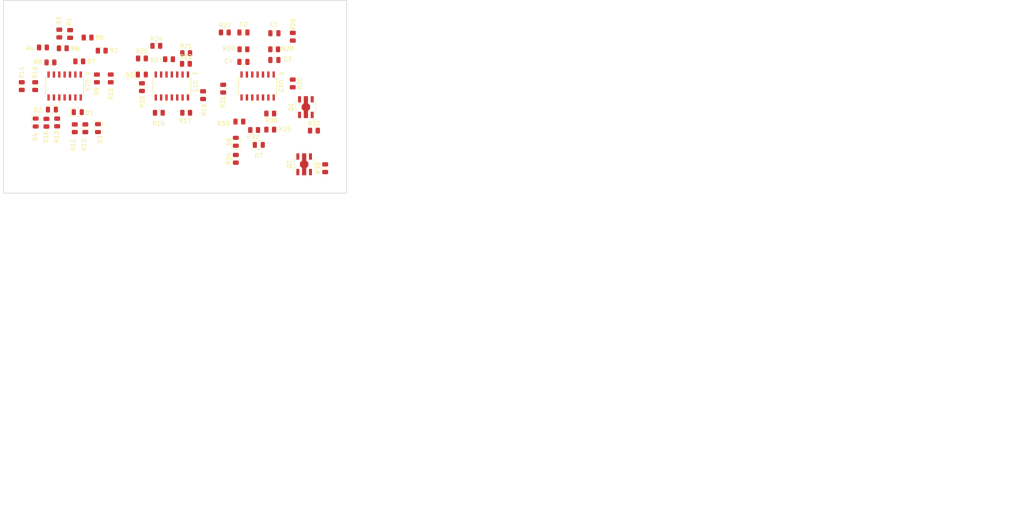
<source format=kicad_pcb>
(kicad_pcb (version 20221018) (generator pcbnew)
  (layers (0 "F.Cu" signal) (31 "B.Cu" signal) (34 "B.Paste" user) (35 "F.Paste" user) (36 "B.SilkS" user "B.Silkscreen") (37 "F.SilkS" user "F.Silkscreen") (38 "B.Mask" user) (39 "F.Mask" user) (44 "Edge.Cuts" user))
  (net 0 "")
  (net 1 "/It Player Determination /U9_V-")
  (net 2 "Net-(C1-Pad2)")
  (net 3 "/It Player Determination /U10_V-")
  (net 4 "Net-(C2-Pad2)")
  (net 5 "/It Player Determination /U9_Vout")
  (net 6 "/It Player Determination /U10_Vout")
  (net 7 "/Switched Tag 2D Collision Detection/U3_V-")
  (net 8 "/Switched Tag 2D Collision Detection/U3_Vout")
  (net 9 "/Switched Tag 2D Collision Detection/U4_V-")
  (net 10 "/Switched Tag 2D Collision Detection/U4_Vout")
  (net 11 "Net-(D3-A)")
  (net 12 "Net-(D4-A)")
  (net 13 "/collision_detect_signal")
  (net 14 "/Switched Tag 2D Collision Detection/U8_Vout")
  (net 15 "/p2_it_signal")
  (net 16 "/It Player Determination /U11_Vout")
  (net 17 "Net-(D7-A)")
  (net 18 "/p1_it_signal")
  (net 19 "/p1_win_signal")
  (net 20 "/p2_win_signal")
  (net 21 "/p1x")
  (net 22 "/Switched Tag 2D Collision Detection/U1_V+")
  (net 23 "/p2x")
  (net 24 "/Switched Tag 2D Collision Detection/U1_V-")
  (net 25 "/p1y")
  (net 26 "/Switched Tag 2D Collision Detection/U2_V+")
  (net 27 "/p2y")
  (net 28 "/Switched Tag 2D Collision Detection/U2_V-")
  (net 29 "GND")
  (net 30 "/Switched Tag 2D Collision Detection/U1_Vout")
  (net 31 "/Switched Tag 2D Collision Detection/U2_Vout")
  (net 32 "/Switched Tag 2D Collision Detection/U5_Vout")
  (net 33 "/Switched Tag 2D Collision Detection/U6_Vout")
  (net 34 "/Switched Tag 2D Collision Detection/U7_V+")
  (net 35 "/Switched Tag 2D Collision Detection/U7_V-")
  (net 36 "/Switched Tag 2D Collision Detection/U7_Vout")
  (net 37 "/Switched Tag 2D Collision Detection/U8_V+")
  (net 38 "+3V3")
  (net 39 "/p1_it_button")
  (net 40 "/p2_it_button")
  (net 41 "/It Player Determination /U11_V+")
  (net 42 "/It Player Determination /U11_V-")
  (net 43 "/It Player Determination /U12_V-")
  (net 44 "-3V3")
  (footprint "Diode_SMD:D_0805_2012Metric" (layer "F.Cu") (at 80.3025 80.188 180)
    (fp_text reference "D2" (at 3.3275 -0.127 180) (layer "F.SilkS"))
    (fp_text value "D1N914")
    (fp_line (start -1.685 -0.96) (end -1.685 0.96) (stroke (width 0.12)) (layer "F.SilkS"))
    (fp_line (start -1.685 0.96) (end 1 0.96) (stroke (width 0.12)) (layer "F.SilkS"))
    (fp_line (start 1 -0.96) (end -1.685 -0.96) (stroke (width 0.12)) (layer "F.SilkS"))
    (pad "1" smd roundrect (at -0.9375 0 180) (size 0.975 1.4) (layers "F.Cu" "F.Paste" "F.Mask") (net 9 "/Switched Tag 2D Collision Detection/U4_V-"))
    (pad "2" smd roundrect (at 0.9375 0 180) (size 0.975 1.4) (layers "F.Cu" "F.Paste" "F.Mask") (net 10 "/Switched Tag 2D Collision Detection/U4_Vout"))
  )
  (footprint "Resistor_SMD:R_0805_2012Metric" (layer "F.Cu") (at 132.03 81.131348 180)
    (fp_text reference "R36" (at -0.317 -1.65 180) (layer "F.SilkS"))
    (fp_text value "10k")
    (fp_line (start -0.227064 -0.735) (end 0.227064 -0.735) (stroke (width 0.12)) (layer "F.SilkS"))
    (fp_line (start -0.227064 0.735) (end 0.227064 0.735) (stroke (width 0.12)) (layer "F.SilkS"))
    (pad "1" smd roundrect (at -0.9125 0 180) (size 1.025 1.4) (layers "F.Cu" "F.Paste" "F.Mask") (roundrect_rratio 0.243902) (net 18 "/p1_it_signal"))
    (pad "2" smd roundrect (at 0.9125 0 180) (size 1.025 1.4) (layers "F.Cu" "F.Paste" "F.Mask") (roundrect_rratio 0.243902) (net 43 "/It Player Determination /U12_V-"))
  )
  (footprint "Resistor_SMD:R_0805_2012Metric" (layer "F.Cu") (at 76.34 74.62 -90)
    (fp_text reference "R10" (at -3.195 0 -90) (layer "F.SilkS"))
    (fp_text value "10k")
    (fp_line (start -0.227064 -0.735) (end 0.227064 -0.735) (stroke (width 0.12)) (layer "F.SilkS"))
    (fp_line (start -0.227064 0.735) (end 0.227064 0.735) (stroke (width 0.12)) (layer "F.SilkS"))
    (pad "1" smd roundrect (at -0.9125 0 270) (size 1.025 1.4) (layers "F.Cu" "F.Paste" "F.Mask") (roundrect_rratio 0.243902) (net 31 "/Switched Tag 2D Collision Detection/U2_Vout"))
    (pad "2" smd roundrect (at 0.9125 0 270) (size 1.025 1.4) (layers "F.Cu" "F.Paste" "F.Mask") (roundrect_rratio 0.243902) (net 9 "/Switched Tag 2D Collision Detection/U4_V-"))
  )
  (footprint "Resistor_SMD:R_0805_2012Metric" (layer "F.Cu") (at 125.68 65.896348 180)
    (fp_text reference "R29" (at 3.493 0.186348 180) (layer "F.SilkS"))
    (fp_text value "10k")
    (fp_line (start -0.227064 -0.735) (end 0.227064 -0.735) (stroke (width 0.12)) (layer "F.SilkS"))
    (fp_line (start -0.227064 0.735) (end 0.227064 0.735) (stroke (width 0.12)) (layer "F.SilkS"))
    (pad "1" smd roundrect (at -0.9125 0 180) (size 1.025 1.4) (layers "F.Cu" "F.Paste" "F.Mask") (roundrect_rratio 0.243902) (net 3 "/It Player Determination /U10_V-"))
    (pad "2" smd roundrect (at 0.9125 0 180) (size 1.025 1.4) (layers "F.Cu" "F.Paste" "F.Mask") (roundrect_rratio 0.243902) (net 6 "/It Player Determination /U10_Vout"))
  )
  (footprint "Package_TO_SOT_SMD:SOT-89-5" (layer "F.Cu") (at 140.07 93.171348 90)
    (fp_text reference "Q2" (at 0 -3.5 90) (layer "F.SilkS"))
    (fp_text value "RUL035N02")
    (fp_line (start -2.54 -2.03) (end -1.36 -2.03) (stroke (width 0.12)) (layer "F.SilkS"))
    (fp_line (start -1.36 -2.36) (end -1.36 -2.03) (stroke (width 0.12)) (layer "F.SilkS"))
    (fp_line (start -1.36 -2.36) (end 1.36 -2.36) (stroke (width 0.12)) (layer "F.SilkS"))
    (fp_line (start -1.36 2.36) (end -1.36 2.03) (stroke (width 0.12)) (layer "F.SilkS"))
    (fp_line (start 1.36 -2.36) (end 1.36 -2.03) (stroke (width 0.12)) (layer "F.SilkS"))
    (fp_line (start 1.36 2.03) (end 1.36 2.36) (stroke (width 0.12)) (layer "F.SilkS"))
    (fp_line (start 1.36 2.36) (end -1.36 2.36) (stroke (width 0.12)) (layer "F.SilkS"))
    (pad "1" smd rect (at -1.85 -1.5 90) (size 1.5 0.7) (layers "F.Cu" "F.Paste" "F.Mask") (net 15 "/p2_it_signal"))
    (pad "2" smd custom (at 0 0 90) (size 0.8 2) (layers "F.Cu" "F.Paste" "F.Mask") (net 13 "/collision_detect_signal") (options (clearance outline) (anchor rect)) (primitives (gr_poly (pts (xy 0.9 -0.5) (xy 2.6 -0.5) (xy 2.6 0.5) (xy 0.9 0.5) (xy 0.4 1) (xy -0.4 1) (xy -0.9 0.5) (xy -2.6 0.5) (xy -2.6 -0.5) (xy -0.9 -0.5) (xy -0.4 -1) (xy 0.4 -1)) (width 0) (fill yes))))
    (pad "3" smd rect (at -1.85 1.5 90) (size 1.5 0.7) (layers "F.Cu" "F.Paste" "F.Mask") (net 20 "/p2_win_signal"))
    (pad "4" smd rect (at 1.85 1.5 90) (size 1.5 0.7) (layers "F.Cu" "F.Paste" "F.Mask"))
    (pad "5" smd rect (at 1.85 -1.5 90) (size 1.5 0.7) (layers "F.Cu" "F.Paste" "F.Mask"))
  )
  (footprint "Resistor_SMD:R_0805_2012Metric" (layer "F.Cu") (at 88.7606 63.1051 180)
    (fp_text reference "R5" (at -2.8194 -0.0649 180) (layer "F.SilkS"))
    (fp_text value "10k")
    (fp_line (start -0.227064 -0.735) (end 0.227064 -0.735) (stroke (width 0.12)) (layer "F.SilkS"))
    (fp_line (start -0.227064 0.735) (end 0.227064 0.735) (stroke (width 0.12)) (layer "F.SilkS"))
    (pad "1" smd roundrect (at -0.9125 0 180) (size 1.025 1.4) (layers "F.Cu" "F.Paste" "F.Mask") (roundrect_rratio 0.243902) (net 29 "GND"))
    (pad "2" smd roundrect (at 0.9125 0 180) (size 1.025 1.4) (layers "F.Cu" "F.Paste" "F.Mask") (roundrect_rratio 0.243902) (net 22 "/Switched Tag 2D Collision Detection/U1_V+"))
  )
  (footprint "Resistor_SMD:R_0805_2012Metric" (layer "F.Cu") (at 92.1115 66.218 180)
    (fp_text reference "R2" (at -2.8975 0 180) (layer "F.SilkS"))
    (fp_text value "10k")
    (fp_line (start -0.227064 -0.735) (end 0.227064 -0.735) (stroke (width 0.12)) (layer "F.SilkS"))
    (fp_line (start -0.227064 0.735) (end 0.227064 0.735) (stroke (width 0.12)) (layer "F.SilkS"))
    (pad "1" smd roundrect (at -0.9125 0 180) (size 1.025 1.4) (layers "F.Cu" "F.Paste" "F.Mask") (roundrect_rratio 0.243902) (net 23 "/p2x"))
    (pad "2" smd roundrect (at 0.9125 0 180) (size 1.025 1.4) (layers "F.Cu" "F.Paste" "F.Mask") (roundrect_rratio 0.243902) (net 24 "/Switched Tag 2D Collision Detection/U1_V-"))
  )
  (footprint "Diode_SMD:D_0805_2012Metric" (layer "F.Cu") (at 129.3245 88.57)
    (fp_text reference "D7" (at 0 2.54) (layer "F.SilkS"))
    (fp_text value "D1N914")
    (fp_line (start -1.685 -0.96) (end -1.685 0.96) (stroke (width 0.12)) (layer "F.SilkS"))
    (fp_line (start -1.685 0.96) (end 1 0.96) (stroke (width 0.12)) (layer "F.SilkS"))
    (fp_line (start 1 -0.96) (end -1.685 -0.96) (stroke (width 0.12)) (layer "F.SilkS"))
    (pad "1" smd roundrect (at -0.9375 0) (size 0.975 1.4) (layers "F.Cu" "F.Paste" "F.Mask") (net 16 "/It Player Determination /U11_Vout"))
    (pad "2" smd roundrect (at 0.9375 0) (size 0.975 1.4) (layers "F.Cu" "F.Paste" "F.Mask") (net 17 "Net-(D7-A)"))
  )
  (footprint "switched-tag-footprint-lib:SOIC_9154IDR_TEX" (layer "F.Cu") (at 129.045 74.6 -90)
    (fp_text reference "U13" (at -0.035652 -5.524 -90 unlocked) (layer "F.SilkS"))
    (fp_text value "TLV9154IDR")
    (fp_text user "*" (at -2.97535 -5.511 -90 unlocked) (layer "F.SilkS"))
    (fp_text user "*" (at -2.97535 -5.511 90) (layer "F.SilkS"))
    (fp_line (start -2.1209 4.4958) (end 2.1209 4.4958) (stroke (width 0.1524)) (layer "F.SilkS"))
    (fp_line (start 2.1209 -4.4958) (end -2.1209 -4.4958) (stroke (width 0.1524)) (layer "F.SilkS"))
    (fp_poly (pts (xy 3.956799 1.0795) (xy 3.956799 1.4605) (xy 3.702799 1.4605) (xy 3.702799 1.0795)) (fill solid) (layer "F.SilkS"))
    (pad "1" smd rect (at -2.721348 -3.81 270) (size 1.454899 0.558) (layers "F.Cu" "F.Paste" "F.Mask") (net 5 "/It Player Determination /U9_Vout"))
    (pad "2" smd rect (at -2.721348 -2.54 270) (size 1.454899 0.558) (layers "F.Cu" "F.Paste" "F.Mask") (net 1 "/It Player Determination /U9_V-"))
    (pad "3" smd rect (at -2.721348 -1.27 270) (size 1.454899 0.558) (layers "F.Cu" "F.Paste" "F.Mask") (net 29 "GND"))
    (pad "4" smd rect (at -2.721348 0 270) (size 1.454899 0.558) (layers "F.Cu" "F.Paste" "F.Mask") (net 38 "+3V3"))
    (pad "5" smd rect (at -2.721348 1.27 270) (size 1.454899 0.558) (layers "F.Cu" "F.Paste" "F.Mask") (net 29 "GND"))
    (pad "6" smd rect (at -2.721348 2.54 270) (size 1.454899 0.558) (layers "F.Cu" "F.Paste" "F.Mask") (net 3 "/It Player Determination /U10_V-"))
    (pad "7" smd rect (at -2.721348 3.81 270) (size 1.454899 0.558) (layers "F.Cu" "F.Paste" "F.Mask") (net 6 "/It Player Determination /U10_Vout"))
    (pad "8" smd rect (at 2.721348 3.81 270) (size 1.454899 0.558) (layers "F.Cu" "F.Paste" "F.Mask") (net 16 "/It Player Determination /U11_Vout"))
    (pad "9" smd rect (at 2.721348 2.54 270) (size 1.454899 0.558) (layers "F.Cu" "F.Paste" "F.Mask") (net 42 "/It Player Determination /U11_V-"))
    (pad "10" smd rect (at 2.721348 1.27 270) (size 1.454899 0.558) (layers "F.Cu" "F.Paste" "F.Mask") (net 41 "/It Player Determination /U11_V+"))
    (pad "11" smd rect (at 2.721348 0 270) (size 1.454899 0.558) (layers "F.Cu" "F.Paste" "F.Mask") (net 44 "-3V3"))
    (pad "12" smd rect (at 2.721348 -1.27 270) (size 1.454899 0.558) (layers "F.Cu" "F.Paste" "F.Mask") (net 29 "GND"))
    (pad "13" smd rect (at 2.721348 -2.54 270) (size 1.454899 0.558) (layers "F.Cu" "F.Paste" "F.Mask") (net 43 "/It Player Determination /U12_V-"))
    (pad "14" smd rect (at 2.721348 -3.81 270) (size 1.454899 0.558) (layers "F.Cu" "F.Paste" "F.Mask") (net 18 "/p1_it_signal"))
  )
  (footprint "Resistor_SMD:R_0805_2012Metric" (layer "F.Cu") (at 120.885 75.226348 -90)
    (fp_text reference "R31" (at 3.183652 0.095 -90) (layer "F.SilkS"))
    (fp_text value "10k")
    (fp_line (start -0.227064 -0.735) (end 0.227064 -0.735) (stroke (width 0.12)) (layer "F.SilkS"))
    (fp_line (start -0.227064 0.735) (end 0.227064 0.735) (stroke (width 0.12)) (layer "F.SilkS"))
    (pad "1" smd roundrect (at -0.9125 0 270) (size 1.025 1.4) (layers "F.Cu" "F.Paste" "F.Mask") (roundrect_rratio 0.243902) (net 6 "/It Player Determination /U10_Vout"))
    (pad "2" smd roundrect (at 0.9125 0 270) (size 1.025 1.4) (layers "F.Cu" "F.Paste" "F.Mask") (roundrect_rratio 0.243902) (net 42 "/It Player Determination /U11_V-"))
  )
  (footprint "Resistor_SMD:R_0805_2012Metric" (layer "F.Cu") (at 81.547 83.236 -90)
    (fp_text reference "R13" (at 3.429 0.127 -90) (layer "F.SilkS"))
    (fp_text value "10k")
    (fp_line (start -0.227064 -0.735) (end 0.227064 -0.735) (stroke (width 0.12)) (layer "F.SilkS"))
    (fp_line (start -0.227064 0.735) (end 0.227064 0.735) (stroke (width 0.12)) (layer "F.SilkS"))
    (pad "1" smd roundrect (at -0.9125 0 270) (size 1.025 1.4) (layers "F.Cu" "F.Paste" "F.Mask") (roundrect_rratio 0.243902) (net 9 "/Switched Tag 2D Collision Detection/U4_V-"))
    (pad "2" smd roundrect (at 0.9125 0 270) (size 1.025 1.4) (layers "F.Cu" "F.Paste" "F.Mask") (roundrect_rratio 0.243902) (net 12 "Net-(D4-A)"))
  )
  (footprint "Resistor_SMD:R_0805_2012Metric" (layer "F.Cu") (at 101.64 68.071348 180)
    (fp_text reference "R25" (at 0 1.726348 180) (layer "F.SilkS"))
    (fp_text value "10k")
    (fp_line (start -0.227064 -0.735) (end 0.227064 -0.735) (stroke (width 0.12)) (layer "F.SilkS"))
    (fp_line (start -0.227064 0.735) (end 0.227064 0.735) (stroke (width 0.12)) (layer "F.SilkS"))
    (pad "1" smd roundrect (at -0.9125 0 180) (size 1.025 1.4) (layers "F.Cu" "F.Paste" "F.Mask") (roundrect_rratio 0.243902) (net 29 "GND"))
    (pad "2" smd roundrect (at 0.9125 0 180) (size 1.025 1.4) (layers "F.Cu" "F.Paste" "F.Mask") (roundrect_rratio 0.243902) (net 13 "/collision_detect_signal"))
  )
  (footprint "Diode_SMD:D_0805_2012Metric" (layer "F.Cu") (at 123.885 87.823848 90)
    (fp_text reference "D6" (at 0 -1.65 90) (layer "F.SilkS"))
    (fp_text value "D1N914")
    (fp_line (start -1.685 -0.96) (end -1.685 0.96) (stroke (width 0.12)) (layer "F.SilkS"))
    (fp_line (start -1.685 0.96) (end 1 0.96) (stroke (width 0.12)) (layer "F.SilkS"))
    (fp_line (start 1 -0.96) (end -1.685 -0.96) (stroke (width 0.12)) (layer "F.SilkS"))
    (pad "1" smd roundrect (at -0.9375 0 90) (size 0.975 1.4) (layers "F.Cu" "F.Paste" "F.Mask") (net 15 "/p2_it_signal"))
    (pad "2" smd roundrect (at 0.9375 0 90) (size 0.975 1.4) (layers "F.Cu" "F.Paste" "F.Mask") (net 16 "/It Player Determination /U11_Vout"))
  )
  (footprint "Resistor_SMD:R_0805_2012Metric" (layer "F.Cu") (at 124.71 83.036348 180)
    (fp_text reference "R33" (at 3.793 -0.453652 180) (layer "F.SilkS"))
    (fp_text value "10k")
    (fp_line (start -0.227064 -0.735) (end 0.227064 -0.735) (stroke (width 0.12)) (layer "F.SilkS"))
    (fp_line (start -0.227064 0.735) (end 0.227064 0.735) (stroke (width 0.12)) (layer "F.SilkS"))
    (pad "1" smd roundrect (at -0.9125 0 180) (size 1.025 1.4) (layers "F.Cu" "F.Paste" "F.Mask") (roundrect_rratio 0.243902) (net 42 "/It Player Determination /U11_V-"))
    (pad "2" smd roundrect (at 0.9125 0 180) (size 1.025 1.4) (layers "F.Cu" "F.Paste" "F.Mask") (roundrect_rratio 0.243902) (net 16 "/It Player Determination /U11_Vout"))
  )
  (footprint "switched-tag-footprint-lib:SOIC_9154IDR_TEX" (layer "F.Cu") (at 83.325 74.6 -90)
    (fp_text reference "U14" (at -0.127 -5.461 -90 unlocked) (layer "F.SilkS"))
    (fp_text value "TLV9154IDR")
    (fp_text user "*" (at -2.97535 -5.511 90) (layer "F.SilkS"))
    (fp_text user "*" (at -2.97535 -5.511 -90 unlocked) (layer "F.SilkS"))
    (fp_line (start -2.1209 4.4958) (end 2.1209 4.4958) (stroke (width 0.1524)) (layer "F.SilkS"))
    (fp_line (start 2.1209 -4.4958) (end -2.1209 -4.4958) (stroke (width 0.1524)) (layer "F.SilkS"))
    (fp_poly (pts (xy 3.956799 1.0795) (xy 3.956799 1.4605) (xy 3.702799 1.4605) (xy 3.702799 1.0795)) (fill solid) (layer "F.SilkS"))
    (pad "1" smd rect (at -2.721348 -3.81 270) (size 1.454899 0.558) (layers "F.Cu" "F.Paste" "F.Mask") (net 30 "/Switched Tag 2D Collision Detection/U1_Vout"))
    (pad "2" smd rect (at -2.721348 -2.54 270) (size 1.454899 0.558) (layers "F.Cu" "F.Paste" "F.Mask") (net 24 "/Switched Tag 2D Collision Detection/U1_V-"))
    (pad "3" smd rect (at -2.721348 -1.27 270) (size 1.454899 0.558) (layers "F.Cu" "F.Paste" "F.Mask") (net 22 "/Switched Tag 2D Collision Detection/U1_V+"))
    (pad "4" smd rect (at -2.721348 0 270) (size 1.454899 0.558) (layers "F.Cu" "F.Paste" "F.Mask") (net 38 "+3V3"))
    (pad "5" smd rect (at -2.721348 1.27 270) (size 1.454899 0.558) (layers "F.Cu" "F.Paste" "F.Mask") (net 26 "/Switched Tag 2D Collision Detection/U2_V+"))
    (pad "6" smd rect (at -2.721348 2.54 270) (size 1.454899 0.558) (layers "F.Cu" "F.Paste" "F.Mask") (net 28 "/Switched Tag 2D Collision Detection/U2_V-"))
    (pad "7" smd rect (at -2.721348 3.81 270) (size 1.454899 0.558) (layers "F.Cu" "F.Paste" "F.Mask") (net 31 "/Switched Tag 2D Collision Detection/U2_Vout"))
    (pad "8" smd rect (at 2.721348 3.81 270) (size 1.454899 0.558) (layers "F.Cu" "F.Paste" "F.Mask") (net 10 "/Switched Tag 2D Collision Detection/U4_Vout"))
    (pad "9" smd rect (at 2.721348 2.54 270) (size 1.454899 0.558) (layers "F.Cu" "F.Paste" "F.Mask") (net 9 "/Switched Tag 2D Collision Detection/U4_V-"))
    (pad "10" smd rect (at 2.721348 1.27 270) (size 1.454899 0.558) (layers "F.Cu" "F.Paste" "F.Mask") (net 29 "GND"))
    (pad "11" smd rect (at 2.721348 0 270) (size 1.454899 0.558) (layers "F.Cu" "F.Paste" "F.Mask") (net 44 "-3V3"))
    (pad "12" smd rect (at 2.721348 -1.27 270) (size 1.454899 0.558) (layers "F.Cu" "F.Paste" "F.Mask") (net 29 "GND"))
    (pad "13" smd rect (at 2.721348 -2.54 270) (size 1.454899 0.558) (layers "F.Cu" "F.Paste" "F.Mask") (net 7 "/Switched Tag 2D Collision Detection/U3_V-"))
    (pad "14" smd rect (at 2.721348 -3.81 270) (size 1.454899 0.558) (layers "F.Cu" "F.Paste" "F.Mask") (net 8 "/Switched Tag 2D Collision Detection/U3_Vout"))
  )
  (footprint "Resistor_SMD:R_0805_2012Metric" (layer "F.Cu") (at 105.641 80.95 180)
    (fp_text reference "R18" (at 0.091 -2.54 180) (layer "F.SilkS"))
    (fp_text value "10k")
    (fp_line (start -0.227064 -0.735) (end 0.227064 -0.735) (stroke (width 0.12)) (layer "F.SilkS"))
    (fp_line (start -0.227064 0.735) (end 0.227064 0.735) (stroke (width 0.12)) (layer "F.SilkS"))
    (pad "1" smd roundrect (at -0.9125 0 180) (size 1.025 1.4) (layers "F.Cu" "F.Paste" "F.Mask") (roundrect_rratio 0.243902) (net 10 "/Switched Tag 2D Collision Detection/U4_Vout"))
    (pad "2" smd roundrect (at 0.9125 0 180) (size 1.025 1.4) (layers "F.Cu" "F.Paste" "F.Mask") (roundrect_rratio 0.243902) (net 33 "/Switched Tag 2D Collision Detection/U6_Vout"))
  )
  (footprint "Resistor_SMD:R_0805_2012Metric" (layer "F.Cu") (at 137.363 73.993348 -90)
    (fp_text reference "R30" (at 0 -1.65 -90) (layer "F.SilkS"))
    (fp_text value "10k")
    (fp_line (start -0.227064 -0.735) (end 0.227064 -0.735) (stroke (width 0.12)) (layer "F.SilkS"))
    (fp_line (start -0.227064 0.735) (end 0.227064 0.735) (stroke (width 0.12)) (layer "F.SilkS"))
    (pad "1" smd roundrect (at -0.9125 0 270) (size 1.025 1.4) (layers "F.Cu" "F.Paste" "F.Mask") (roundrect_rratio 0.243902) (net 5 "/It Player Determination /U9_Vout"))
    (pad "2" smd roundrect (at 0.9125 0 270) (size 1.025 1.4) (layers "F.Cu" "F.Paste" "F.Mask") (roundrect_rratio 0.243902) (net 41 "/It Player Determination /U11_V+"))
  )
  (footprint "Diode_SMD:D_0805_2012Metric" (layer "F.Cu") (at 76.467 83.2615 -90)
    (fp_text reference "D4" (at 3.4035 0.127 -90) (layer "F.SilkS"))
    (fp_text value "D1N914")
    (fp_line (start -1.685 -0.96) (end -1.685 0.96) (stroke (width 0.12)) (layer "F.SilkS"))
    (fp_line (start -1.685 0.96) (end 1 0.96) (stroke (width 0.12)) (layer "F.SilkS"))
    (fp_line (start 1 -0.96) (end -1.685 -0.96) (stroke (width 0.12)) (layer "F.SilkS"))
    (pad "1" smd roundrect (at -0.9375 0 270) (size 0.975 1.4) (layers "F.Cu" "F.Paste" "F.Mask") (net 10 "/Switched Tag 2D Collision Detection/U4_Vout"))
    (pad "2" smd roundrect (at 0.9375 0 270) (size 0.975 1.4) (layers "F.Cu" "F.Paste" "F.Mask") (net 12 "Net-(D4-A)"))
  )
  (footprint "Resistor_SMD:R_0805_2012Metric" (layer "F.Cu") (at 137.38 62.911348 90)
    (fp_text reference "R26" (at 2.916348 0.047 90) (layer "F.SilkS"))
    (fp_text value "10k")
    (fp_line (start -0.227064 -0.735) (end 0.227064 -0.735) (stroke (width 0.12)) (layer "F.SilkS"))
    (fp_line (start -0.227064 0.735) (end 0.227064 0.735) (stroke (width 0.12)) (layer "F.SilkS"))
    (pad "1" smd roundrect (at -0.9125 0 90) (size 1.025 1.4) (layers "F.Cu" "F.Paste" "F.Mask") (roundrect_rratio 0.243902) (net 39 "/p1_it_button"))
    (pad "2" smd roundrect (at 0.9125 0 90) (size 1.025 1.4) (layers "F.Cu" "F.Paste" "F.Mask") (roundrect_rratio 0.243902) (net 2 "Net-(C1-Pad2)"))
  )
  (footprint "Resistor_SMD:R_0805_2012Metric" (layer "F.Cu") (at 132.03 84.941348)
    (fp_text reference "R35" (at 3.492 -0.181348) (layer "F.SilkS"))
    (fp_text value "10k")
    (fp_line (start -0.227064 -0.735) (end 0.227064 -0.735) (stroke (width 0.12)) (layer "F.SilkS"))
    (fp_line (start -0.227064 0.735) (end 0.227064 0.735) (stroke (width 0.12)) (layer "F.SilkS"))
    (pad "1" smd roundrect (at -0.9125 0) (size 1.025 1.4) (layers "F.Cu" "F.Paste" "F.Mask") (roundrect_rratio 0.243902) (net 43 "/It Player Determination /U12_V-"))
    (pad "2" smd roundrect (at 0.9125 0) (size 1.025 1.4) (layers "F.Cu" "F.Paste" "F.Mask") (roundrect_rratio 0.243902) (net 17 "Net-(D7-A)"))
  )
  (footprint "Resistor_SMD:R_0805_2012Metric" (layer "F.Cu") (at 86.7775 68.758)
    (fp_text reference "R7" (at 2.8975 0.127) (layer "F.SilkS"))
    (fp_text value "10k")
    (fp_line (start -0.227064 -0.735) (end 0.227064 -0.735) (stroke (width 0.12)) (layer "F.SilkS"))
    (fp_line (start -0.227064 0.735) (end 0.227064 0.735) (stroke (width 0.12)) (layer "F.SilkS"))
    (pad "1" smd roundrect (at -0.9125 0) (size 1.025 1.4) (layers "F.Cu" "F.Paste" "F.Mask") (roundrect_rratio 0.243902) (net 24 "/Switched Tag 2D Collision Detection/U1_V-"))
    (pad "2" smd roundrect (at 0.9125 0) (size 1.025 1.4) (layers "F.Cu" "F.Paste" "F.Mask") (roundrect_rratio 0.243902) (net 30 "/Switched Tag 2D Collision Detection/U1_Vout"))
  )
  (footprint "Resistor_SMD:R_0805_2012Metric" (layer "F.Cu") (at 79.959 69.012 180)
    (fp_text reference "R8" (at 2.984 0.127 180) (layer "F.SilkS"))
    (fp_text value "10k")
    (fp_line (start -0.227064 -0.735) (end 0.227064 -0.735) (stroke (width 0.12)) (layer "F.SilkS"))
    (fp_line (start -0.227064 0.735) (end 0.227064 0.735) (stroke (width 0.12)) (layer "F.SilkS"))
    (pad "1" smd roundrect (at -0.9125 0 180) (size 1.025 1.4) (layers "F.Cu" "F.Paste" "F.Mask") (roundrect_rratio 0.243902) (net 28 "/Switched Tag 2D Collision Detection/U2_V-"))
    (pad "2" smd roundrect (at 0.9125 0 180) (size 1.025 1.4) (layers "F.Cu" "F.Paste" "F.Mask") (roundrect_rratio 0.243902) (net 31 "/Switched Tag 2D Collision Detection/U2_Vout"))
  )
  (footprint "Resistor_SMD:R_0805_2012Metric" (layer "F.Cu") (at 78.181 65.456)
    (fp_text reference "R4" (at -3.111 0.254) (layer "F.SilkS"))
    (fp_text value "10k")
    (fp_line (start -0.227064 -0.735) (end 0.227064 -0.735) (stroke (width 0.12)) (layer "F.SilkS"))
    (fp_line (start -0.227064 0.735) (end 0.227064 0.735) (stroke (width 0.12)) (layer "F.SilkS"))
    (pad "1" smd roundrect (at -0.9125 0) (size 1.025 1.4) (layers "F.Cu" "F.Paste" "F.Mask") (roundrect_rratio 0.243902) (net 27 "/p2y"))
    (pad "2" smd roundrect (at 0.9125 0) (size 1.025 1.4) (layers "F.Cu" "F.Paste" "F.Mask") (roundrect_rratio 0.243902) (net 28 "/Switched Tag 2D Collision Detection/U2_V-"))
  )
  (footprint "Resistor_SMD:R_0805_2012Metric" (layer "F.Cu") (at 85.72 84.62 -90)
    (fp_text reference "R11" (at 3.95 0.363 -90) (layer "F.SilkS"))
    (fp_text value "10k")
    (fp_line (start -0.227064 -0.735) (end 0.227064 -0.735) (stroke (width 0.12)) (layer "F.SilkS"))
    (fp_line (start -0.227064 0.735) (end 0.227064 0.735) (stroke (width 0.12)) (layer "F.SilkS"))
    (pad "1" smd roundrect (at -0.9125 0 270) (size 1.025 1.4) (layers "F.Cu" "F.Paste" "F.Mask") (roundrect_rratio 0.243902) (net 7 "/Switched Tag 2D Collision Detection/U3_V-"))
    (pad "2" smd roundrect (at 0.9125 0 270) (size 1.025 1.4) (layers "F.Cu" "F.Paste" "F.Mask") (roundrect_rratio 0.243902) (net 11 "Net-(D3-A)"))
  )
  (footprint "Resistor_SMD:R_0805_2012Metric" (layer "F.Cu") (at 105.042 65.075)
    (fp_text reference "R24" (at 0 -1.65) (layer "F.SilkS"))
    (fp_text value "100k")
    (fp_line (start -0.227064 -0.735) (end 0.227064 -0.735) (stroke (width 0.12)) (layer "F.SilkS"))
    (fp_line (start -0.227064 0.735) (end 0.227064 0.735) (stroke (width 0.12)) (layer "F.SilkS"))
    (pad "1" smd roundrect (at -0.9125 0) (size 1.025 1.4) (layers "F.Cu" "F.Paste" "F.Mask") (roundrect_rratio 0.243902) (net 29 "GND"))
    (pad "2" smd roundrect (at 0.9125 0) (size 1.025 1.4) (layers "F.Cu" "F.Paste" "F.Mask") (roundrect_rratio 0.243902) (net 37 "/Switched Tag 2D Collision Detection/U8_V+"))
  )
  (footprint "Resistor_SMD:R_0805_2012Metric" (layer "F.Cu") (at 112.054 69.341348)
    (fp_text reference "R22" (at 0 -1.65) (layer "F.SilkS"))
    (fp_text value "10k")
    (fp_line (start -0.227064 -0.735) (end 0.227064 -0.735) (stroke (width 0.12)) (layer "F.SilkS"))
    (fp_line (start -0.227064 0.735) (end 0.227064 0.735) (stroke (width 0.12)) (layer "F.SilkS"))
    (pad "1" smd roundrect (at -0.9125 0) (size 1.025 1.4) (layers "F.Cu" "F.Paste" "F.Mask") (roundrect_rratio 0.243902) (net 35 "/Switched Tag 2D Collision Detection/U7_V-"))
    (pad "2" smd roundrect (at 0.9125 0) (size 1.025 1.4) (layers "F.Cu" "F.Paste" "F.Mask") (roundrect_rratio 0.243902) (net 36 "/Switched Tag 2D Collision Detection/U7_Vout"))
  )
  (footprint "Resistor_SMD:R_0805_2012Metric" (layer "F.Cu") (at 82.881 65.647 180)
    (fp_text reference "R6" (at -2.984 -0.063 180) (layer "F.SilkS"))
    (fp_text value "10k")
    (fp_line (start -0.227064 -0.735) (end 0.227064 -0.735) (stroke (width 0.12)) (layer "F.SilkS"))
    (fp_line (start -0.227064 0.735) (end 0.227064 0.735) (stroke (width 0.12)) (layer "F.SilkS"))
    (pad "1" smd roundrect (at -0.9125 0 180) (size 1.025 1.4) (layers "F.Cu" "F.Paste" "F.Mask") (roundrect_rratio 0.243902) (net 29 "GND"))
    (pad "2" smd roundrect (at 0.9125 0 180) (size 1.025 1.4) (layers "F.Cu" "F.Paste" "F.Mask") (roundrect_rratio 0.243902) (net 26 "/Switched Tag 2D Collision Detection/U2_V+"))
  )
  (footprint "Resistor_SMD:R_0805_2012Metric" (layer "F.Cu") (at 142.38 85.186348)
    (fp_text reference "R37" (at 0 -1.65) (layer "F.SilkS"))
    (fp_text value "1k")
    (fp_line (start -0.227064 -0.735) (end 0.227064 -0.735) (stroke (width 0.12)) (layer "F.SilkS"))
    (fp_line (start -0.227064 0.735) (end 0.227064 0.735) (stroke (width 0.12)) (layer "F.SilkS"))
    (pad "1" smd roundrect (at -0.9125 0) (size 1.025 1.4) (layers "F.Cu" "F.Paste" "F.Mask") (roundrect_rratio 0.243902) (net 19 "/p1_win_signal"))
    (pad "2" smd roundrect (at 0.9125 0) (size 1.025 1.4) (layers "F.Cu" "F.Paste" "F.Mask") (roundrect_rratio 0.243902) (net 29 "GND"))
  )
  (footprint "Resistor_SMD:R_0805_2012Metric" (layer "F.Cu") (at 112.117 66.801348)
    (fp_text reference "R21" (at 0 -1.65) (layer "F.SilkS"))
    (fp_text value "5k")
    (fp_line (start -0.227064 -0.735) (end 0.227064 -0.735) (stroke (width 0.12)) (layer "F.SilkS"))
    (fp_line (start -0.227064 0.735) (end 0.227064 0.735) (stroke (width 0.12)) (layer "F.SilkS"))
    (pad "1" smd roundrect (at -0.9125 0) (size 1.025 1.4) (layers "F.Cu" "F.Paste" "F.Mask") (roundrect_rratio 0.243902) (net 35 "/Switched Tag 2D Collision Detection/U7_V-"))
    (pad "2" smd roundrect (at 0.9125 0) (size 1.025 1.4) (layers "F.Cu" "F.Paste" "F.Mask") (roundrect_rratio 0.243902) (net 29 "GND"))
  )
  (footprint "Capacitor_SMD:C_0805_2012Metric" (layer "F.Cu") (at 133.015 62.086348)
    (fp_text reference "C1" (at -0.033 -2.091348) (layer "F.SilkS"))
    (fp_text value "3.3u")
    (fp_line (start -0.261252 -0.735) (end 0.261252 -0.735) (stroke (width 0.12)) (layer "F.SilkS"))
    (fp_line (start -0.261252 0.735) (end 0.261252 0.735) (stroke (width 0.12)) (layer "F.SilkS"))
    (pad "1" smd roundrect (at -0.95 0) (size 1 1.45) (layers "F.Cu" "F.Paste" "F.Mask") (net 1 "/It Player Determination /U9_V-"))
    (pad "2" smd roundrect (at 0.95 0) (size 1 1.45) (layers "F.Cu" "F.Paste" "F.Mask") (net 2 "Net-(C1-Pad2)"))
  )
  (footprint "Resistor_SMD:R_0805_2012Metric" (layer "F.Cu") (at 82.055 62.154 -90)
    (fp_text reference "R3" (at -3.048 0 -90) (layer "F.SilkS"))
    (fp_text value "10k")
    (fp_line (start -0.227064 -0.735) (end 0.227064 -0.735) (stroke (width 0.12)) (layer "F.SilkS"))
    (fp_line (start -0.227064 0.735) (end 0.227064 0.735) (stroke (width 0.12)) (layer "F.SilkS"))
    (pad "1" smd roundrect (at -0.9125 0 270) (size 1.025 1.4) (layers "F.Cu" "F.Paste" "F.Mask") (roundrect_rratio 0.243902) (net 25 "/p1y"))
    (pad "2" smd roundrect (at 0.9125 0 270) (size 1.025 1.4) (layers "F.Cu" "F.Paste" "F.Mask") (roundrect_rratio 0.243902) (net 26 "/Switched Tag 2D Collision Detection/U2_V+"))
  )
  (footprint "Capacitor_SMD:C_0805_2012Metric" (layer "F.Cu") (at 133.015 68.436348 180)
    (fp_text reference "C3" (at -3.142 0.186348 180) (layer "F.SilkS"))
    (fp_text value "1u")
    (fp_line (start -0.261252 -0.735) (end 0.261252 -0.735) (stroke (width 0.12)) (layer "F.SilkS"))
    (fp_line (start -0.261252 0.735) (end 0.261252 0.735) (stroke (width 0.12)) (layer "F.SilkS"))
    (pad "1" smd roundrect (at -0.95 0 180) (size 1 1.45) (layers "F.Cu" "F.Paste" "F.Mask") (net 5 "/It Player Determination /U9_Vout"))
    (pad "2" smd roundrect (at 0.95 0 180) (size 1 1.45) (layers "F.Cu" "F.Paste" "F.Mask") (net 1 "/It Player Determination /U9_V-"))
  )
  (footprint "Package_TO_SOT_SMD:SOT-89-5" (layer "F.Cu") (at 140.475 79.606348 90)
    (fp_text reference "Q1" (at 0 -3.5 90) (layer "F.SilkS"))
    (fp_text value "RUL035N02")
    (fp_line (start -2.54 -2.03) (end -1.36 -2.03) (stroke (width 0.12)) (layer "F.SilkS"))
    (fp_line (start -1.36 -2.36) (end -1.36 -2.03) (stroke (width 0.12)) (layer "F.SilkS"))
    (fp_line (start -1.36 -2.36) (end 1.36 -2.36) (stroke (width 0.12)) (layer "F.SilkS"))
    (fp_line (start -1.36 2.36) (end -1.36 2.03) (stroke (width 0.12)) (layer "F.SilkS"))
    (fp_line (start 1.36 -2.36) (end 1.36 -2.03) (stroke (width 0.12)) (layer "F.SilkS"))
    (fp_line (start 1.36 2.03) (end 1.36 2.36) (stroke (width 0.12)) (layer "F.SilkS"))
    (fp_line (start 1.36 2.36) (end -1.36 2.36) (stroke (width 0.12)) (layer "F.SilkS"))
    (pad "1" smd rect (at -1.85 -1.5 90) (size 1.5 0.7) (layers "F.Cu" "F.Paste" "F.Mask") (net 18 "/p1_it_signal"))
    (pad "2" smd custom (at 0 0 90) (size 0.8 2) (layers "F.Cu" "F.Paste" "F.Mask") (net 13 "/collision_detect_signal") (options (clearance outline) (anchor rect)) (primitives (gr_poly (pts (xy 0.9 -0.5) (xy 2.6 -0.5) (xy 2.6 0.5) (xy 0.9 0.5) (xy 0.4 1) (xy -0.4 1) (xy -0.9 0.5) (xy -2.6 0.5) (xy -2.6 -0.5) (xy -0.9 -0.5) (xy -0.4 -1) (xy 0.4 -1)) (width 0) (fill yes))))
    (pad "3" smd rect (at -1.85 1.5 90) (size 1.5 0.7) (layers "F.Cu" "F.Paste" "F.Mask") (net 19 "/p1_win_signal"))
    (pad "4" smd rect (at 1.85 1.5 90) (size 1.5 0.7) (layers "F.Cu" "F.Paste" "F.Mask"))
    (pad "5" smd rect (at 1.85 -1.5 90) (size 1.5 0.7) (layers "F.Cu" "F.Paste" "F.Mask"))
  )
  (footprint "Resistor_SMD:R_0805_2012Metric" (layer "F.Cu") (at 79.007 83.299 -90)
    (fp_text reference "R16" (at 3.366 0.127 -90) (layer "F.SilkS"))
    (fp_text value "5k")
    (fp_line (start -0.227064 -0.735) (end 0.227064 -0.735) (stroke (width 0.12)) (layer "F.SilkS"))
    (fp_line (start -0.227064 0.735) (end 0.227064 0.735) (stroke (width 0.12)) (layer "F.SilkS"))
    (pad "1" smd roundrect (at -0.9125 0 270) (size 1.025 1.4) (layers "F.Cu" "F.Paste" "F.Mask") (roundrect_rratio 0.243902) (net 10 "/Switched Tag 2D Collision Detection/U4_Vout"))
    (pad "2" smd roundrect (at 0.9125 0 270) (size 1.025 1.4) (layers "F.Cu" "F.Paste" "F.Mask") (roundrect_rratio 0.243902) (net 12 "Net-(D4-A)"))
  )
  (footprint "Diode_SMD:D_0805_2012Metric" (layer "F.Cu") (at 91.22 84.5825 -90)
    (fp_text reference "D3" (at 2.7175 -0.487 -90) (layer "F.SilkS"))
    (fp_text value "D1N914")
    (fp_line (start -1.685 -0.96) (end -1.685 0.96) (stroke (width 0.12)) (layer "F.SilkS"))
    (fp_line (start -1.685 0.96) (end 1 0.96) (stroke (width 0.12)) (layer "F.SilkS"))
    (fp_line (start 1 -0.96) (end -1.685 -0.96) (stroke (width 0.12)) (layer "F.SilkS"))
    (pad "1" smd roundrect (at -0.9375 0 270) (size 0.975 1.4) (layers "F.Cu" "F.Paste" "F.Mask") (net 8 "/Switched Tag 2D Collision Detection/U3_Vout"))
    (pad "2" smd roundrect (at 0.9375 0 270) (size 0.975 1.4) (layers "F.Cu" "F.Paste" "F.Mask") (net 11 "Net-(D3-A)"))
  )
  (footprint "Resistor_SMD:R_0805_2012Metric" (layer "F.Cu") (at 84.6204 62.2537 -90)
    (fp_text reference "R1" (at -2.8937 0.2794 -90) (layer "F.SilkS"))
    (fp_text value "10k")
    (fp_line (start -0.227064 -0.735) (end 0.227064 -0.735) (stroke (width 0.12)) (layer "F.SilkS"))
    (fp_line (start -0.227064 0.735) (end 0.227064 0.735) (stroke (width 0.12)) (layer "F.SilkS"))
    (pad "1" smd roundrect (at -0.9125 0 270) (size 1.025 1.4) (layers "F.Cu" "F.Paste" "F.Mask") (roundrect_rratio 0.243902) (net 21 "/p1x"))
    (pad "2" smd roundrect (at 0.9125 0 270) (size 1.025 1.4) (layers "F.Cu" "F.Paste" "F.Mask") (roundrect_rratio 0.243902) (net 22 "/Switched Tag 2D Collision Detection/U1_V+"))
  )
  (footprint "Capacitor_SMD:C_0805_2012Metric" (layer "F.Cu") (at 125.677 61.9 180)
    (fp_text reference "C2" (at 0 1.905 180) (layer "F.SilkS"))
    (fp_text value "3.3u")
    (fp_line (start -0.261252 -0.735) (end 0.261252 -0.735) (stroke (width 0.12)) (layer "F.SilkS"))
    (fp_line (start -0.261252 0.735) (end 0.261252 0.735) (stroke (width 0.12)) (layer "F.SilkS"))
    (pad "1" smd roundrect (at -0.95 0 180) (size 1 1.45) (layers "F.Cu" "F.Paste" "F.Mask") (net 3 "/It Player Determination /U10_V-"))
    (pad "2" smd roundrect (at 0.95 0 180) (size 1 1.45) (layers "F.Cu" "F.Paste" "F.Mask") (net 4 "Net-(C2-Pad2)"))
  )
  (footprint "Resistor_SMD:R_0805_2012Metric" (layer "F.Cu") (at 90.97 72.795 -90)
    (fp_text reference "R9" (at 3.075 0.025 -90) (layer "F.SilkS"))
    (fp_text value "10k")
    (fp_line (start -0.227064 -0.735) (end 0.227064 -0.735) (stroke (width 0.12)) (layer "F.SilkS"))
    (fp_line (start -0.227064 0.735) (end 0.227064 0.735) (stroke (width 0.12)) (layer "F.SilkS"))
    (pad "1" smd roundrect (at -0.9125 0 270) (size 1.025 1.4) (layers "F.Cu" "F.Paste" "F.Mask") (roundrect_rratio 0.243902) (net 30 "/Switched Tag 2D Collision Detection/U1_Vout"))
    (pad "2" smd roundrect (at 0.9125 0 270) (size 1.025 1.4) (layers "F.Cu" "F.Paste" "F.Mask") (roundrect_rratio 0.243902) (net 7 "/Switched Tag 2D Collision Detection/U3_V-"))
  )
  (footprint "Resistor_SMD:R_0805_2012Metric" (layer "F.Cu") (at 73.165 74.62 -90)
    (fp_text reference "R14" (at -3.195 0 -90) (layer "F.SilkS"))
    (fp_text value "10k")
    (fp_line (start -0.227064 -0.735) (end 0.227064 -0.735) (stroke (width 0.12)) (layer "F.SilkS"))
    (fp_line (start -0.227064 0.735) (end 0.227064 0.735) (stroke (width 0.12)) (layer "F.SilkS"))
    (pad "1" smd roundrect (at -0.9125 0 270) (size 1.025 1.4) (layers "F.Cu" "F.Paste" "F.Mask") (roundrect_rratio 0.243902) (net 31 "/Switched Tag 2D Collision Detection/U2_Vout"))
    (pad "2" smd roundrect (at 0.9125 0 270) (size 1.025 1.4) (layers "F.Cu" "F.Paste" "F.Mask") (roundrect_rratio 0.243902) (net 10 "/Switched Tag 2D Collision Detection/U4_Vout"))
  )
  (footprint "Resistor_SMD:R_0805_2012Metric" (layer "F.Cu") (at 108.053 68.25)
    (fp_text reference "R23" (at -3.011 0.178652) (layer "F.SilkS"))
    (fp_text value "100k")
    (fp_line (start -0.227064 -0.735) (end 0.227064 -0.735) (stroke (width 0.12)) (layer "F.SilkS"))
    (fp_line (start -0.227064 0.735) (end 0.227064 0.735) (stroke (width 0.12)) (layer "F.SilkS"))
    (pad "1" smd roundrect (at -0.9125 0) (size 1.025 1.4) (layers "F.Cu" "F.Paste" "F.Mask") (roundrect_rratio 0.243902) (net 37 "/Switched Tag 2D Collision Detection/U8_V+"))
    (pad "2" smd roundrect (at 0.9125 0) (size 1.025 1.4) (layers "F.Cu" "F.Paste" "F.Mask") (roundrect_rratio 0.243902) (net 38 "+3V3"))
  )
  (footprint "Diode_SMD:D_0805_2012Metric" (layer "F.Cu") (at 101.6145 71.881348)
    (fp_text reference "D5" (at -2.9225 0.178652) (layer "F.SilkS"))
    (fp_text value "D1N914")
    (fp_line (start -1.685 -0.96) (end -1.685 0.96) (stroke (width 0.12)) (layer "F.SilkS"))
    (fp_line (start -1.685 0.96) (end 1 0.96) (stroke (width 0.12)) (layer "F.SilkS"))
    (fp_line (start 1 -0.96) (end -1.685 -0.96) (stroke (width 0.12)) (layer "F.SilkS"))
    (pad "1" smd roundrect (at -0.9375 0) (size 0.975 1.4) (layers "F.Cu" "F.Paste" "F.Mask") (net 13 "/collision_detect_signal"))
    (pad "2" smd roundrect (at 0.9375 0) (size 0.975 1.4) (layers "F.Cu" "F.Paste" "F.Mask") (net 14 "/Switched Tag 2D Collision Detection/U8_Vout"))
  )
  (footprint "Resistor_SMD:R_0805_2012Metric" (layer "F.Cu") (at 121.2745 61.9)
    (fp_text reference "R27" (at 0 -1.65) (layer "F.SilkS"))
    (fp_text value "10k")
    (fp_line (start -0.227064 -0.735) (end 0.227064 -0.735) (stroke (width 0.12)) (layer "F.SilkS"))
    (fp_line (start -0.227064 0.735) (end 0.227064 0.735) (stroke (width 0.12)) (layer "F.SilkS"))
    (pad "1" smd roundrect (at -0.9125 0) (size 1.025 1.4) (layers "F.Cu" "F.Paste" "F.Mask") (roundrect_rratio 0.243902) (net 40 "/p2_it_button"))
    (pad "2" smd roundrect (at 0.9125 0) (size 1.025 1.4) (layers "F.Cu" "F.Paste" "F.Mask") (roundrect_rratio 0.243902) (net 4 "Net-(C2-Pad2)"))
  )
  (footprint "switched-tag-footprint-lib:SOIC_9154IDR_TEX" (layer "F.Cu") (at 108.725 74.6 -90)
    (fp_text reference "U15" (at 0.075348 -5.615 -90 unlocked) (layer "F.SilkS"))
    (fp_text value "TLV9154IDR")
    (fp_text user "*" (at -2.97535 -5.511 -90 unlocked) (layer "F.SilkS"))
    (fp_text user "*" (at -2.97535 -5.511 90) (layer "F.SilkS"))
    (fp_line (start -2.1209 4.4958) (end 2.1209 4.4958) (stroke (width 0.1524)) (layer "F.SilkS"))
    (fp_line (start 2.1209 -4.4958) (end -2.1209 -4.4958) (stroke (width 0.1524)) (layer "F.SilkS"))
    (fp_poly (pts (xy 3.956799 1.0795) (xy 3.956799 1.4605) (xy 3.702799 1.4605) (xy 3.702799 1.0795)) (fill solid) (layer "F.SilkS"))
    (pad "1" smd rect (at -2.721348 -3.81 270) (size 1.454899 0.558) (layers "F.Cu" "F.Paste" "F.Mask") (net 36 "/Switched Tag 2D Collision Detection/U7_Vout"))
    (pad "2" smd rect (at -2.721348 -2.54 270) (size 1.454899 0.558) (layers "F.Cu" "F.Paste" "F.Mask") (net 35 "/Switched Tag 2D Collision Detection/U7_V-"))
    (pad "3" smd rect (at -2.721348 -1.27 270) (size 1.454899 0.558) (layers "F.Cu" "F.Paste" "F.Mask") (net 34 "/Switched Tag 2D Collision Detection/U7_V+"))
    (pad "4" smd rect (at -2.721348 0 270) (size 1.454899 0.558) (layers "F.Cu" "F.Paste" "F.Mask") (net 38 "+3V3"))
    (pad "5" smd rect (at -2.721348 1.27 270) (size 1.454899 0.558) (layers "F.Cu" "F.Paste" "F.Mask") (net 37 "/Switched Tag 2D Collision Detection/U8_V+"))
    (pad "6" smd rect (at -2.721348 2.54 270) (size 1.454899 0.558) (layers "F.Cu" "F.Paste" "F.Mask") (net 36 "/Switched Tag 2D Collision Detection/U7_Vout"))
    (pad "7" smd rect (at -2.721348 3.81 270) (size 1.454899 0.558) (layers "F.Cu" "F.Paste" "F.Mask") (net 14 "/Switched Tag 2D Collision Detection/U8_Vout"))
    (pad "8" smd rect (at 2.721348 3.81 270) (size 1.454899 0.558) (layers "F.Cu" "F.Paste" "F.Mask") (net 33 "/Switched Tag 2D Collision Detection/U6_Vout"))
    (pad "9" smd rect (at 2.721348 2.54 270) (size 1.454899 0.558) (layers "F.Cu" "F.Paste" "F.Mask") (net 10 "/Switched Tag 2D Collision Detection/U4_Vout"))
    (pad "10" smd rect (at 2.721348 1.27 270) (size 1.454899 0.558) (layers "F.Cu" "F.Paste" "F.Mask") (net 29 "GND"))
    (pad "11" smd rect (at 2.721348 0 270) (size 1.454899 0.558) (layers "F.Cu" "F.Paste" "F.Mask") (net 44 "-3V3"))
    (pad "12" smd rect (at 2.721348 -1.27 270) (size 1.454899 0.558) (layers "F.Cu" "F.Paste" "F.Mask") (net 29 "GND"))
    (pad "13" smd rect (at 2.721348 -2.54 270) (size 1.454899 0.558) (layers "F.Cu" "F.Paste" "F.Mask") (net 8 "/Switched Tag 2D Collision Detection/U3_Vout"))
    (pad "14" smd rect (at 2.721348 -3.81 270) (size 1.454899 0.558) (layers "F.Cu" "F.Paste" "F.Mask") (net 32 "/Switched Tag 2D Collision Detection/U5_Vout"))
  )
  (footprint "Resistor_SMD:R_0805_2012Metric" (layer "F.Cu") (at 128.22 85.036348)
    (fp_text reference "R32" (at -0.318 1.628652) (layer "F.SilkS"))
    (fp_text value "10k")
    (fp_line (start -0.227064 -0.735) (end 0.227064 -0.735) (stroke (width 0.12)) (layer "F.SilkS"))
    (fp_line (start -0.227064 0.735) (end 0.227064 0.735) (stroke (width 0.12)) (layer "F.SilkS"))
    (pad "1" smd roundrect (at -0.9125 0) (size 1.025 1.4) (layers "F.Cu" "F.Paste" "F.Mask") (roundrect_rratio 0.243902) (net 41 "/It Player Determination /U11_V+"))
    (pad "2" smd roundrect (at 0.9125 0) (size 1.025 1.4) (layers "F.Cu" "F.Paste" "F.Mask") (roundrect_rratio 0.243902) (net 29 "GND"))
  )
  (footprint "Resistor_SMD:R_0805_2012Metric" (layer "F.Cu") (at 88.22 84.62 -90)
    (fp_text reference "R15" (at 3.95 0.323 -90) (layer "F.SilkS"))
    (fp_text value "5k")
    (fp_line (start -0.227064 -0.735) (end 0.227064 -0.735) (stroke (width 0.12)) (layer "F.SilkS"))
    (fp_line (start -0.227064 0.735) (end 0.227064 0.735) (stroke (width 0.12)) (layer "F.SilkS"))
    (pad "1" smd roundrect (at -0.9125 0 270) (size 1.025 1.4) (layers "F.Cu" "F.Paste" "F.Mask") (roundrect_rratio 0.243902) (net 8 "/Switched Tag 2D Collision Detection/U3_Vout"))
    (pad "2" smd roundrect (at 0.9125 0 270) (size 1.025 1.4) (layers "F.Cu" "F.Paste" "F.Mask") (roundrect_rratio 0.243902) (net 11 "Net-(D3-A)"))
  )
  (footprint "Resistor_SMD:R_0805_2012Metric" (layer "F.Cu") (at 116.118 76.770348 90)
    (fp_text reference "R19" (at -3.544652 0.227 90) (layer "F.SilkS"))
    (fp_text value "10k")
    (fp_line (start -0.227064 -0.735) (end 0.227064 -0.735) (stroke (width 0.12)) (layer "F.SilkS"))
    (fp_line (start -0.227064 0.735) (end 0.227064 0.735) (stroke (width 0.12)) (layer "F.SilkS"))
    (pad "1" smd roundrect (at -0.9125 0 90) (size 1.025 1.4) (layers "F.Cu" "F.Paste" "F.Mask") (roundrect_rratio 0.243902) (net 32 "/Switched Tag 2D Collision Detection/U5_Vout"))
    (pad "2" smd roundrect (at 0.9125 0 90) (size 1.025 1.4) (layers "F.Cu" "F.Paste" "F.Mask") (roundrect_rratio 0.243902) (net 34 "/Switched Tag 2D Collision Detection/U7_V+"))
  )
  (footprint "Diode_SMD:D_0805_2012Metric" (layer "F.Cu") (at 86.4325 80.795)
    (fp_text reference "D1" (at 2.7345 0.155) (layer "F.SilkS"))
    (fp_text value "D1N914")
    (fp_line (start -1.685 -0.96) (end -1.685 0.96) (stroke (width 0.12)) (layer "F.SilkS"))
    (fp_line (start -1.685 0.96) (end 1 0.96) (stroke (width 0.12)) (layer "F.SilkS"))
    (fp_line (start 1 -0.96) (end -1.685 -0.96) (stroke (width 0.12)) (layer "F.SilkS"))
    (pad "1" smd roundrect (at -0.9375 0) (size 0.975 1.4) (layers "F.Cu" "F.Paste" "F.Mask") (net 7 "/Switched Tag 2D Collision Detection/U3_V-"))
    (pad "2" smd roundrect (at 0.9375 0) (size 0.975 1.4) (layers "F.Cu" "F.Paste" "F.Mask") (net 8 "/Switched Tag 2D Collision Detection/U3_Vout"))
  )
  (footprint "Resistor_SMD:R_0805_2012Metric" (layer "F.Cu") (at 101.64 74.866348 90)
    (fp_text reference "R20" (at -3.543652 0.1 90) (layer "F.SilkS"))
    (fp_text value "10k")
    (fp_line (start -0.227064 -0.735) (end 0.227064 -0.735) (stroke (width 0.12)) (layer "F.SilkS"))
    (fp_line (start -0.227064 0.735) (end 0.227064 0.735) (stroke (width 0.12)) (layer "F.SilkS"))
    (pad "1" smd roundrect (at -0.9125 0 90) (size 1.025 1.4) (layers "F.Cu" "F.Paste" "F.Mask") (roundrect_rratio 0.243902) (net 33 "/Switched Tag 2D Collision Detection/U6_Vout"))
    (pad "2" smd roundrect (at 0.9125 0 90) (size 1.025 1.4) (layers "F.Cu" "F.Paste" "F.Mask") (roundrect_rratio 0.243902) (net 34 "/Switched Tag 2D Collision Detection/U7_V+"))
  )
  (footprint "Resistor_SMD:R_0805_2012Metric" (layer "F.Cu") (at 112.117 80.95)
    (fp_text reference "R17" (at -0.217 1.905) (layer "F.SilkS"))
    (fp_text value "10k")
    (fp_line (start -0.227064 -0.735) (end 0.227064 -0.735) (stroke (width 0.12)) (layer "F.SilkS"))
    (fp_line (start -0.227064 0.735) (end 0.227064 0.735) (stroke (width 0.12)) (layer "F.SilkS"))
    (pad "1" smd roundrect (at -0.9125 0) (size 1.025 1.4) (layers "F.Cu" "F.Paste" "F.Mask") (roundrect_rratio 0.243902) (net 8 "/Switched Tag 2D Collision Detection/U3_Vout"))
    (pad "2" smd roundrect (at 0.9125 0) (size 1.025 1.4) (layers "F.Cu" "F.Paste" "F.Mask") (roundrect_rratio 0.243902) (net 32 "/Switched Tag 2D Collision Detection/U5_Vout"))
  )
  (footprint "Resistor_SMD:R_0805_2012Metric" (layer "F.Cu") (at 123.885 91.861348 90)
    (fp_text reference "R34" (at 0 -1.65 90) (layer "F.SilkS"))
    (fp_text value "10k")
    (fp_line (start -0.227064 -0.735) (end 0.227064 -0.735) (stroke (width 0.12)) (layer "F.SilkS"))
    (fp_line (start -0.227064 0.735) (end 0.227064 0.735) (stroke (width 0.12)) (layer "F.SilkS"))
    (pad "1" smd roundrect (at -0.9125 0 90) (size 1.025 1.4) (layers "F.Cu" "F.Paste" "F.Mask") (roundrect_rratio 0.243902) (net 29 "GND"))
    (pad "2" smd roundrect (at 0.9125 0 90) (size 1.025 1.4) (layers "F.Cu" "F.Paste" "F.Mask") (roundrect_rratio 0.243902) (net 15 "/p2_it_signal"))
  )
  (footprint "Resistor_SMD:R_0805_2012Metric" (layer "F.Cu") (at 132.965 65.896348)
    (fp_text reference "R28" (at 3.192 -0.186348) (layer "F.SilkS"))
    (fp_text value "10k")
    (fp_line (start -0.227064 -0.735) (end 0.227064 -0.735) (stroke (width 0.12)) (layer "F.SilkS"))
    (fp_line (start -0.227064 0.735) (end 0.227064 0.735) (stroke (width 0.12)) (layer "F.SilkS"))
    (pad "1" smd roundrect (at -0.9125 0) (size 1.025 1.4) (layers "F.Cu" "F.Paste" "F.Mask") (roundrect_rratio 0.243902) (net 1 "/It Player Determination /U9_V-"))
    (pad "2" smd roundrect (at 0.9125 0) (size 1.025 1.4) (layers "F.Cu" "F.Paste" "F.Mask") (roundrect_rratio 0.243902) (net 5 "/It Player Determination /U9_Vout"))
  )
  (footprint "Capacitor_SMD:C_0805_2012Metric" (layer "F.Cu") (at 125.677 68.885)
    (fp_text reference "C4" (at -3.543 -0.186348) (layer "F.SilkS"))
    (fp_text value "1u")
    (fp_line (start -0.261252 -0.735) (end 0.261252 -0.735) (stroke (width 0.12)) (layer "F.SilkS"))
    (fp_line (start -0.261252 0.735) (end 0.261252 0.735) (stroke (width 0.12)) (layer "F.SilkS"))
    (pad "1" smd roundrect (at -0.95 0) (size 1 1.45) (layers "F.Cu" "F.Paste" "F.Mask") (net 6 "/It Player Determination /U10_Vout"))
    (pad "2" smd roundrect (at 0.95 0) (size 1 1.45) (layers "F.Cu" "F.Paste" "F.Mask") (net 3 "/It Player Determination /U10_V-"))
  )
  (footprint "Resistor_SMD:R_0805_2012Metric" (layer "F.Cu") (at 94.247 72.795 -90)
    (fp_text reference "R12" (at 3.71 0 -90) (layer "F.SilkS"))
    (fp_text value "10k")
    (fp_line (start -0.227064 -0.735) (end 0.227064 -0.735) (stroke (width 0.12)) (layer "F.SilkS"))
    (fp_line (start -0.227064 0.735) (end 0.227064 0.735) (stroke (width 0.12)) (layer "F.SilkS"))
    (pad "1" smd roundrect (at -0.9125 0 270) (size 1.025 1.4) (layers "F.Cu" "F.Paste" "F.Mask") (roundrect_rratio 0.243902) (net 30 "/Switched Tag 2D Collision Detection/U1_Vout"))
    (pad "2" smd roundrect (at 0.9125 0 270) (size 1.025 1.4) (layers "F.Cu" "F.Paste" "F.Mask") (roundrect_rratio 0.243902) (net 8 "/Switched Tag 2D Collision Detection/U3_Vout"))
  )
  (footprint "Resistor_SMD:R_0805_2012Metric" (layer "F.Cu") (at 145.047 94.095 90)
    (fp_text reference "R38" (at 0 -1.65 90) (layer "F.SilkS"))
    (fp_text value "1k")
    (fp_line (start -0.227064 -0.735) (end 0.227064 -0.735) (stroke (width 0.12)) (layer "F.SilkS"))
    (fp_line (start -0.227064 0.735) (end 0.227064 0.735) (stroke (width 0.12)) (layer "F.SilkS"))
    (pad "1" smd roundrect (at -0.9125 0 90) (size 1.025 1.4) (layers "F.Cu" "F.Paste" "F.Mask") (roundrect_rratio 0.243902) (net 20 "/p2_win_signal"))
    (pad "2" smd roundrect (at 0.9125 0 90) (size 1.025 1.4) (layers "F.Cu" "F.Paste" "F.Mask") (roundrect_rratio 0.243902) (net 29 "GND"))
  )
  (gr_rect (start 68.847 54.28) (end 150.127 100) (stroke (width 0.15)) (fill none) (layer "Edge.Cuts"))
)
</source>
